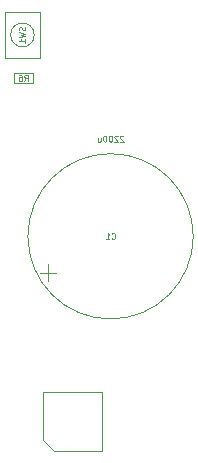
<source format=gbr>
G04 #@! TF.GenerationSoftware,KiCad,Pcbnew,(5.99.0-168-g9990dcc1b)*
G04 #@! TF.CreationDate,2019-12-17T14:25:07+03:00*
G04 #@! TF.ProjectId,SmartPartsIONBoard,536d6172-7450-4617-9274-73494f4e426f,rev?*
G04 #@! TF.SameCoordinates,Original*
G04 #@! TF.FileFunction,Other,Fab,Bot*
%FSLAX46Y46*%
G04 Gerber Fmt 4.6, Leading zero omitted, Abs format (unit mm)*
G04 Created by KiCad (PCBNEW (5.99.0-168-g9990dcc1b)) date 2019-12-17 14:25:07*
%MOMM*%
%LPD*%
G04 APERTURE LIST*
%ADD10C,0.100000*%
G04 APERTURE END LIST*
D10*
X64790000Y-68710000D02*
X68790000Y-68710000D01*
X68790000Y-68710000D02*
X68790000Y-63710000D01*
X68790000Y-63710000D02*
X63790000Y-63710000D01*
X63790000Y-63710000D02*
X63790000Y-67710000D01*
X63790000Y-67710000D02*
X64790000Y-68710000D01*
X64236934Y-54267500D02*
X64236934Y-52867500D01*
X63536934Y-53567500D02*
X64936934Y-53567500D01*
X76550000Y-50500000D02*
G75*
G03X76550000Y-50500000I-7000000J0D01*
G01*
X63540000Y-31500000D02*
X60640000Y-31500000D01*
X63540000Y-35400000D02*
X63540000Y-31500000D01*
X60640000Y-35400000D02*
X63540000Y-35400000D01*
X60640000Y-31500000D02*
X60640000Y-35400000D01*
X63090000Y-33450000D02*
G75*
G03X63090000Y-33450000I-1000000J0D01*
G01*
X62970000Y-37510000D02*
X62970000Y-36710000D01*
X62970000Y-36710000D02*
X61370000Y-36710000D01*
X61370000Y-36710000D02*
X61370000Y-37510000D01*
X61370000Y-37510000D02*
X62970000Y-37510000D01*
X70633333Y-42023809D02*
X70609523Y-42000000D01*
X70561904Y-41976190D01*
X70442857Y-41976190D01*
X70395238Y-42000000D01*
X70371428Y-42023809D01*
X70347619Y-42071428D01*
X70347619Y-42119047D01*
X70371428Y-42190476D01*
X70657142Y-42476190D01*
X70347619Y-42476190D01*
X70157142Y-42023809D02*
X70133333Y-42000000D01*
X70085714Y-41976190D01*
X69966666Y-41976190D01*
X69919047Y-42000000D01*
X69895238Y-42023809D01*
X69871428Y-42071428D01*
X69871428Y-42119047D01*
X69895238Y-42190476D01*
X70180952Y-42476190D01*
X69871428Y-42476190D01*
X69561904Y-41976190D02*
X69514285Y-41976190D01*
X69466666Y-42000000D01*
X69442857Y-42023809D01*
X69419047Y-42071428D01*
X69395238Y-42166666D01*
X69395238Y-42285714D01*
X69419047Y-42380952D01*
X69442857Y-42428571D01*
X69466666Y-42452380D01*
X69514285Y-42476190D01*
X69561904Y-42476190D01*
X69609523Y-42452380D01*
X69633333Y-42428571D01*
X69657142Y-42380952D01*
X69680952Y-42285714D01*
X69680952Y-42166666D01*
X69657142Y-42071428D01*
X69633333Y-42023809D01*
X69609523Y-42000000D01*
X69561904Y-41976190D01*
X69085714Y-41976190D02*
X69038095Y-41976190D01*
X68990476Y-42000000D01*
X68966666Y-42023809D01*
X68942857Y-42071428D01*
X68919047Y-42166666D01*
X68919047Y-42285714D01*
X68942857Y-42380952D01*
X68966666Y-42428571D01*
X68990476Y-42452380D01*
X69038095Y-42476190D01*
X69085714Y-42476190D01*
X69133333Y-42452380D01*
X69157142Y-42428571D01*
X69180952Y-42380952D01*
X69204761Y-42285714D01*
X69204761Y-42166666D01*
X69180952Y-42071428D01*
X69157142Y-42023809D01*
X69133333Y-42000000D01*
X69085714Y-41976190D01*
X68490476Y-42142857D02*
X68490476Y-42476190D01*
X68704761Y-42142857D02*
X68704761Y-42404761D01*
X68680952Y-42452380D01*
X68633333Y-42476190D01*
X68561904Y-42476190D01*
X68514285Y-42452380D01*
X68490476Y-42428571D01*
X69633333Y-50678571D02*
X69657142Y-50702380D01*
X69728571Y-50726190D01*
X69776190Y-50726190D01*
X69847619Y-50702380D01*
X69895238Y-50654761D01*
X69919047Y-50607142D01*
X69942857Y-50511904D01*
X69942857Y-50440476D01*
X69919047Y-50345238D01*
X69895238Y-50297619D01*
X69847619Y-50250000D01*
X69776190Y-50226190D01*
X69728571Y-50226190D01*
X69657142Y-50250000D01*
X69633333Y-50273809D01*
X69157142Y-50726190D02*
X69442857Y-50726190D01*
X69300000Y-50726190D02*
X69300000Y-50226190D01*
X69347619Y-50297619D01*
X69395238Y-50345238D01*
X69442857Y-50369047D01*
X62292380Y-32783333D02*
X62316190Y-32854761D01*
X62316190Y-32973809D01*
X62292380Y-33021428D01*
X62268571Y-33045238D01*
X62220952Y-33069047D01*
X62173333Y-33069047D01*
X62125714Y-33045238D01*
X62101904Y-33021428D01*
X62078095Y-32973809D01*
X62054285Y-32878571D01*
X62030476Y-32830952D01*
X62006666Y-32807142D01*
X61959047Y-32783333D01*
X61911428Y-32783333D01*
X61863809Y-32807142D01*
X61840000Y-32830952D01*
X61816190Y-32878571D01*
X61816190Y-32997619D01*
X61840000Y-33069047D01*
X61816190Y-33235714D02*
X62316190Y-33354761D01*
X61959047Y-33450000D01*
X62316190Y-33545238D01*
X61816190Y-33664285D01*
X62316190Y-34116666D02*
X62316190Y-33830952D01*
X62316190Y-33973809D02*
X61816190Y-33973809D01*
X61887619Y-33926190D01*
X61935238Y-33878571D01*
X61959047Y-33830952D01*
X62253333Y-37336190D02*
X62420000Y-37098095D01*
X62539047Y-37336190D02*
X62539047Y-36836190D01*
X62348571Y-36836190D01*
X62300952Y-36860000D01*
X62277142Y-36883809D01*
X62253333Y-36931428D01*
X62253333Y-37002857D01*
X62277142Y-37050476D01*
X62300952Y-37074285D01*
X62348571Y-37098095D01*
X62539047Y-37098095D01*
X61824761Y-36836190D02*
X61920000Y-36836190D01*
X61967619Y-36860000D01*
X61991428Y-36883809D01*
X62039047Y-36955238D01*
X62062857Y-37050476D01*
X62062857Y-37240952D01*
X62039047Y-37288571D01*
X62015238Y-37312380D01*
X61967619Y-37336190D01*
X61872380Y-37336190D01*
X61824761Y-37312380D01*
X61800952Y-37288571D01*
X61777142Y-37240952D01*
X61777142Y-37121904D01*
X61800952Y-37074285D01*
X61824761Y-37050476D01*
X61872380Y-37026666D01*
X61967619Y-37026666D01*
X62015238Y-37050476D01*
X62039047Y-37074285D01*
X62062857Y-37121904D01*
M02*

</source>
